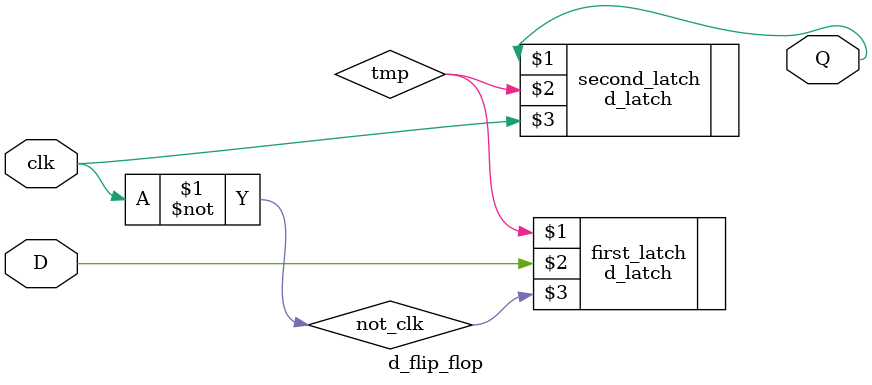
<source format=v>
`include "d_latch.v"
module d_flip_flop(D, clk, Q);
    input D, clk;
    output Q;
    wire not_clk, tmp;
    not not1(not_clk, clk);
    d_latch first_latch(tmp, D, not_clk);
    d_latch second_latch(Q, tmp, clk);
endmodule
</source>
